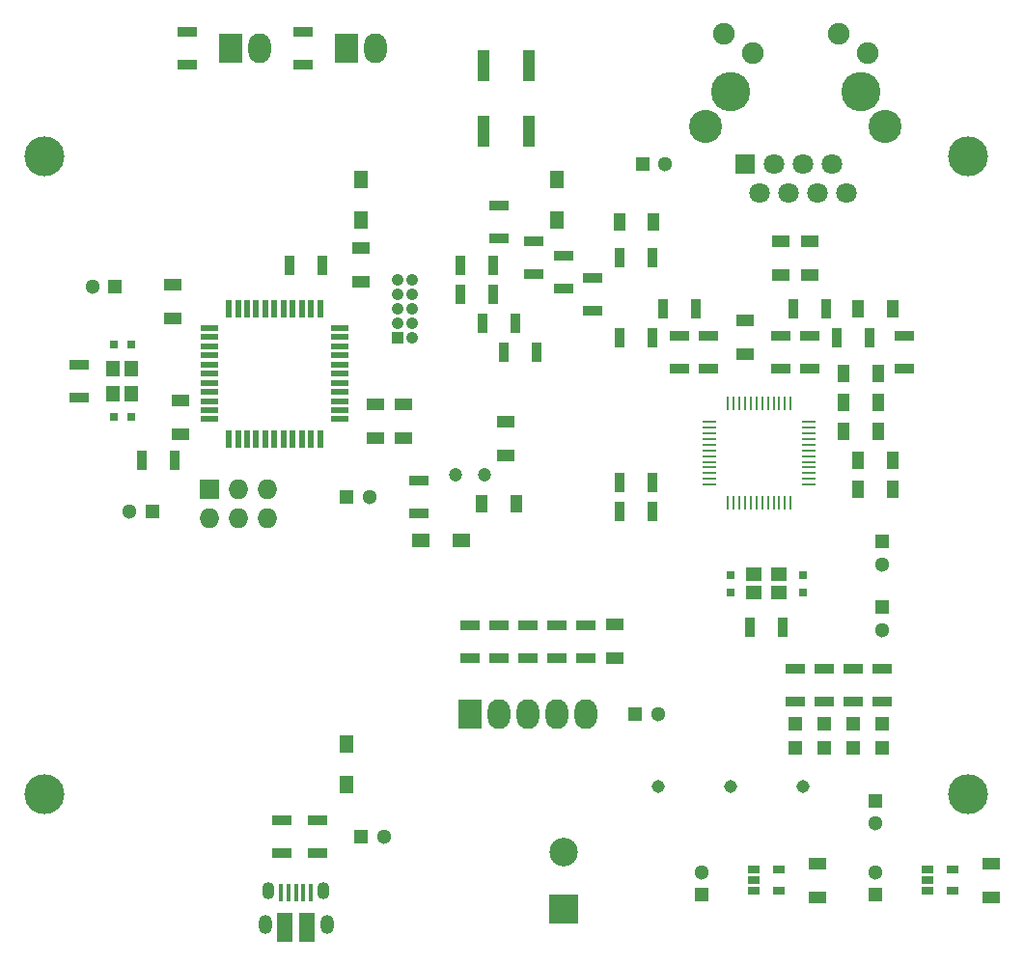
<source format=gbr>
G04 #@! TF.FileFunction,Soldermask,Bot*
%FSLAX46Y46*%
G04 Gerber Fmt 4.6, Leading zero omitted, Abs format (unit mm)*
G04 Created by KiCad (PCBNEW 4.0.2+dfsg1-stable) date Wed 21 Jun 2017 09:22:51 BST*
%MOMM*%
G01*
G04 APERTURE LIST*
%ADD10C,0.100000*%
%ADD11R,1.600000X1.000000*%
%ADD12R,1.700000X0.900000*%
%ADD13C,1.800000*%
%ADD14R,1.800000X1.800000*%
%ADD15C,2.900000*%
%ADD16C,1.900000*%
%ADD17C,3.450000*%
%ADD18R,1.300000X1.300000*%
%ADD19C,1.300000*%
%ADD20R,0.900000X1.700000*%
%ADD21R,0.800000X0.750000*%
%ADD22R,1.000000X1.600000*%
%ADD23R,0.750000X0.800000*%
%ADD24R,2.000000X2.600000*%
%ADD25O,2.000000X2.600000*%
%ADD26R,1.198880X1.600200*%
%ADD27R,1.600200X1.198880*%
%ADD28R,0.400000X1.650000*%
%ADD29O,1.100000X1.500000*%
%ADD30O,1.200000X1.700000*%
%ADD31R,1.425000X2.500000*%
%ADD32R,1.727200X1.727200*%
%ADD33O,1.727200X1.727200*%
%ADD34R,1.050000X1.050000*%
%ADD35C,1.050000*%
%ADD36C,1.200000*%
%ADD37R,2.500000X2.500000*%
%ADD38C,2.500000*%
%ADD39R,1.000000X2.750000*%
%ADD40R,0.550000X1.500000*%
%ADD41R,1.500000X0.550000*%
%ADD42R,0.250000X1.300000*%
%ADD43R,1.300000X0.250000*%
%ADD44R,1.060000X0.650000*%
%ADD45C,1.143000*%
%ADD46R,1.200000X1.400000*%
%ADD47R,1.400000X1.200000*%
%ADD48R,1.198880X1.198880*%
%ADD49C,3.500000*%
G04 APERTURE END LIST*
D10*
D11*
X145415000Y-94742000D03*
X145415000Y-97742000D03*
D12*
X161925000Y-81735000D03*
X161925000Y-84635000D03*
D13*
X186690000Y-76200000D03*
X185420000Y-73660000D03*
X184150000Y-76200000D03*
X182880000Y-73660000D03*
X181610000Y-76200000D03*
X180340000Y-73660000D03*
X179070000Y-76200000D03*
D14*
X177800000Y-73660000D03*
D15*
X174370000Y-70360000D03*
X190120000Y-70360000D03*
D16*
X188570000Y-63930000D03*
X175920000Y-62230000D03*
X178460000Y-63930000D03*
X186030000Y-62230000D03*
D17*
X187960000Y-67310000D03*
X176530000Y-67310000D03*
D18*
X144145000Y-132715000D03*
D19*
X146145000Y-132715000D03*
D20*
X124915000Y-99695000D03*
X127815000Y-99695000D03*
D21*
X122440000Y-89535000D03*
X123940000Y-89535000D03*
X123940000Y-95885000D03*
X122440000Y-95885000D03*
D18*
X142875000Y-102870000D03*
D19*
X144875000Y-102870000D03*
D18*
X125825000Y-104140000D03*
D19*
X123825000Y-104140000D03*
D11*
X128270000Y-97385000D03*
X128270000Y-94385000D03*
X144145000Y-81050000D03*
X144145000Y-84050000D03*
X127635000Y-87225000D03*
X127635000Y-84225000D03*
X147828000Y-94742000D03*
X147828000Y-97742000D03*
D18*
X122555000Y-84455000D03*
D19*
X120555000Y-84455000D03*
D11*
X166370000Y-117070000D03*
X166370000Y-114070000D03*
D18*
X168815000Y-73660000D03*
D19*
X170815000Y-73660000D03*
D11*
X177800000Y-90400000D03*
X177800000Y-87400000D03*
D22*
X186460000Y-92075000D03*
X189460000Y-92075000D03*
X186460000Y-94615000D03*
X189460000Y-94615000D03*
D18*
X189865000Y-112554000D03*
D19*
X189865000Y-114554000D03*
D22*
X186460000Y-97155000D03*
X189460000Y-97155000D03*
X187730000Y-99695000D03*
X190730000Y-99695000D03*
X190730000Y-102235000D03*
X187730000Y-102235000D03*
D18*
X189865000Y-106807000D03*
D19*
X189865000Y-108807000D03*
D23*
X182880000Y-111240000D03*
X182880000Y-109740000D03*
X176530000Y-109740000D03*
X176530000Y-111240000D03*
D22*
X169775000Y-78740000D03*
X166775000Y-78740000D03*
X187730000Y-86360000D03*
X190730000Y-86360000D03*
D11*
X183515000Y-80415000D03*
X183515000Y-83415000D03*
X180975000Y-80415000D03*
X180975000Y-83415000D03*
X156845000Y-99290000D03*
X156845000Y-96290000D03*
D22*
X157710000Y-103505000D03*
X154710000Y-103505000D03*
D18*
X168180000Y-121920000D03*
D19*
X170180000Y-121920000D03*
D18*
X173990000Y-137795000D03*
D19*
X173990000Y-135795000D03*
D11*
X184150000Y-135025000D03*
X184150000Y-138025000D03*
D18*
X189230000Y-137795000D03*
D19*
X189230000Y-135795000D03*
D11*
X199390000Y-135025000D03*
X199390000Y-138025000D03*
D18*
X189230000Y-129540000D03*
D19*
X189230000Y-131540000D03*
D24*
X132715000Y-63500000D03*
D25*
X135255000Y-63500000D03*
D24*
X142875000Y-63500000D03*
D25*
X145415000Y-63500000D03*
D26*
X144145000Y-75034140D03*
X144145000Y-78635860D03*
X142875000Y-128165860D03*
X142875000Y-124564140D03*
X161290000Y-75034140D03*
X161290000Y-78635860D03*
D27*
X149329140Y-106680000D03*
X152930860Y-106680000D03*
D28*
X139730000Y-137565000D03*
X139080000Y-137565000D03*
X138430900Y-137565000D03*
X137780000Y-137565000D03*
X137130000Y-137565000D03*
D29*
X140855000Y-137440000D03*
X136005000Y-137440000D03*
D30*
X141155000Y-140440000D03*
X135705000Y-140440000D03*
D31*
X139392500Y-140690000D03*
X137467500Y-140690000D03*
D32*
X130810000Y-102235000D03*
D33*
X130810000Y-104775000D03*
X133350000Y-102235000D03*
X133350000Y-104775000D03*
X135890000Y-102235000D03*
X135890000Y-104775000D03*
D34*
X147320000Y-88900000D03*
D35*
X147320000Y-87630000D03*
X147320000Y-86360000D03*
X147320000Y-85090000D03*
X147320000Y-83820000D03*
X148590000Y-87630000D03*
X148590000Y-86360000D03*
X148590000Y-85090000D03*
X148590000Y-83820000D03*
X148590000Y-88900000D03*
D36*
X152400000Y-100965000D03*
X154940000Y-100965000D03*
D24*
X153670000Y-121920000D03*
D25*
X156210000Y-121920000D03*
X158750000Y-121920000D03*
X161290000Y-121920000D03*
X163830000Y-121920000D03*
D37*
X161925000Y-139065000D03*
D38*
X161925000Y-134065000D03*
D12*
X137160000Y-131265000D03*
X137160000Y-134165000D03*
X140335000Y-131265000D03*
X140335000Y-134165000D03*
X119380000Y-91260000D03*
X119380000Y-94160000D03*
D20*
X137869000Y-82550000D03*
X140769000Y-82550000D03*
D12*
X128905000Y-62050000D03*
X128905000Y-64950000D03*
X139065000Y-62050000D03*
X139065000Y-64950000D03*
X163830000Y-117020000D03*
X163830000Y-114120000D03*
D20*
X166825000Y-101600000D03*
X169725000Y-101600000D03*
X166825000Y-104140000D03*
X169725000Y-104140000D03*
X181155000Y-114300000D03*
X178255000Y-114300000D03*
D12*
X191770000Y-88720000D03*
X191770000Y-91620000D03*
X159316000Y-80465000D03*
X159316000Y-83365000D03*
X174625000Y-88720000D03*
X174625000Y-91620000D03*
X183515000Y-88720000D03*
X183515000Y-91620000D03*
D20*
X156665000Y-90170000D03*
X159565000Y-90170000D03*
X154760000Y-87630000D03*
X157660000Y-87630000D03*
X152855000Y-85090000D03*
X155755000Y-85090000D03*
X152855000Y-82550000D03*
X155755000Y-82550000D03*
D12*
X156210000Y-77290000D03*
X156210000Y-80190000D03*
X164465000Y-83640000D03*
X164465000Y-86540000D03*
X172085000Y-88720000D03*
X172085000Y-91620000D03*
X180975000Y-88720000D03*
X180975000Y-91620000D03*
D20*
X173535000Y-86360000D03*
X170635000Y-86360000D03*
X169725000Y-88900000D03*
X166825000Y-88900000D03*
X169725000Y-81915000D03*
X166825000Y-81915000D03*
X188775000Y-88900000D03*
X185875000Y-88900000D03*
X184965000Y-86360000D03*
X182065000Y-86360000D03*
D12*
X149225000Y-101420000D03*
X149225000Y-104320000D03*
X161290000Y-114120000D03*
X161290000Y-117020000D03*
X158750000Y-117020000D03*
X158750000Y-114120000D03*
X156210000Y-114120000D03*
X156210000Y-117020000D03*
X153670000Y-117020000D03*
X153670000Y-114120000D03*
D39*
X154845000Y-65070000D03*
X154845000Y-70820000D03*
X158845000Y-70820000D03*
X158845000Y-65070000D03*
D40*
X140525000Y-97775000D03*
X139725000Y-97775000D03*
X138925000Y-97775000D03*
X138125000Y-97775000D03*
X137325000Y-97775000D03*
X136525000Y-97775000D03*
X135725000Y-97775000D03*
X134925000Y-97775000D03*
X134125000Y-97775000D03*
X133325000Y-97775000D03*
X132525000Y-97775000D03*
D41*
X130825000Y-96075000D03*
X130825000Y-95275000D03*
X130825000Y-94475000D03*
X130825000Y-93675000D03*
X130825000Y-92875000D03*
X130825000Y-92075000D03*
X130825000Y-91275000D03*
X130825000Y-90475000D03*
X130825000Y-89675000D03*
X130825000Y-88875000D03*
X130825000Y-88075000D03*
D40*
X132525000Y-86375000D03*
X133325000Y-86375000D03*
X134125000Y-86375000D03*
X134925000Y-86375000D03*
X135725000Y-86375000D03*
X136525000Y-86375000D03*
X137325000Y-86375000D03*
X138125000Y-86375000D03*
X138925000Y-86375000D03*
X139725000Y-86375000D03*
X140525000Y-86375000D03*
D41*
X142225000Y-88075000D03*
X142225000Y-88875000D03*
X142225000Y-89675000D03*
X142225000Y-90475000D03*
X142225000Y-91275000D03*
X142225000Y-92075000D03*
X142225000Y-92875000D03*
X142225000Y-93675000D03*
X142225000Y-94475000D03*
X142225000Y-95275000D03*
X142225000Y-96075000D03*
D42*
X176320000Y-94710000D03*
X176820000Y-94710000D03*
X177320000Y-94710000D03*
X177820000Y-94710000D03*
X178320000Y-94710000D03*
X178820000Y-94710000D03*
X179320000Y-94710000D03*
X179820000Y-94710000D03*
X180320000Y-94710000D03*
X180820000Y-94710000D03*
X181320000Y-94710000D03*
X181820000Y-94710000D03*
D43*
X183420000Y-96310000D03*
X183420000Y-96810000D03*
X183420000Y-97310000D03*
X183420000Y-97810000D03*
X183420000Y-98310000D03*
X183420000Y-98810000D03*
X183420000Y-99310000D03*
X183420000Y-99810000D03*
X183420000Y-100310000D03*
X183420000Y-100810000D03*
X183420000Y-101310000D03*
X183420000Y-101810000D03*
D42*
X181820000Y-103410000D03*
X181320000Y-103410000D03*
X180820000Y-103410000D03*
X180320000Y-103410000D03*
X179820000Y-103410000D03*
X179320000Y-103410000D03*
X178820000Y-103410000D03*
X178320000Y-103410000D03*
X177820000Y-103410000D03*
X177320000Y-103410000D03*
X176820000Y-103410000D03*
X176320000Y-103410000D03*
D43*
X174720000Y-101810000D03*
X174720000Y-101310000D03*
X174720000Y-100810000D03*
X174720000Y-100310000D03*
X174720000Y-99810000D03*
X174720000Y-99310000D03*
X174720000Y-98810000D03*
X174720000Y-98310000D03*
X174720000Y-97810000D03*
X174720000Y-97310000D03*
X174720000Y-96810000D03*
X174720000Y-96310000D03*
D44*
X178605000Y-137475000D03*
X178605000Y-136525000D03*
X178605000Y-135575000D03*
X180805000Y-135575000D03*
X180805000Y-137475000D03*
X193845000Y-137475000D03*
X193845000Y-136525000D03*
X193845000Y-135575000D03*
X196045000Y-135575000D03*
X196045000Y-137475000D03*
D45*
X170180000Y-128270000D03*
X182880000Y-128270000D03*
X176530000Y-128270000D03*
D46*
X123990000Y-91610000D03*
X123990000Y-93810000D03*
X122390000Y-91610000D03*
X122390000Y-93810000D03*
D47*
X178605000Y-109690000D03*
X180805000Y-109690000D03*
X178605000Y-111290000D03*
X180805000Y-111290000D03*
D48*
X184785000Y-124874020D03*
X184785000Y-122775980D03*
X189865000Y-124874020D03*
X189865000Y-122775980D03*
X187325000Y-124874020D03*
X187325000Y-122775980D03*
X182245000Y-124874020D03*
X182245000Y-122775980D03*
D12*
X184785000Y-120830000D03*
X184785000Y-117930000D03*
X189865000Y-120830000D03*
X189865000Y-117930000D03*
X187325000Y-120830000D03*
X187325000Y-117930000D03*
X182245000Y-120830000D03*
X182245000Y-117930000D03*
D49*
X116345000Y-72965000D03*
X197345000Y-72965000D03*
X197345000Y-128965000D03*
X116345000Y-128965000D03*
M02*

</source>
